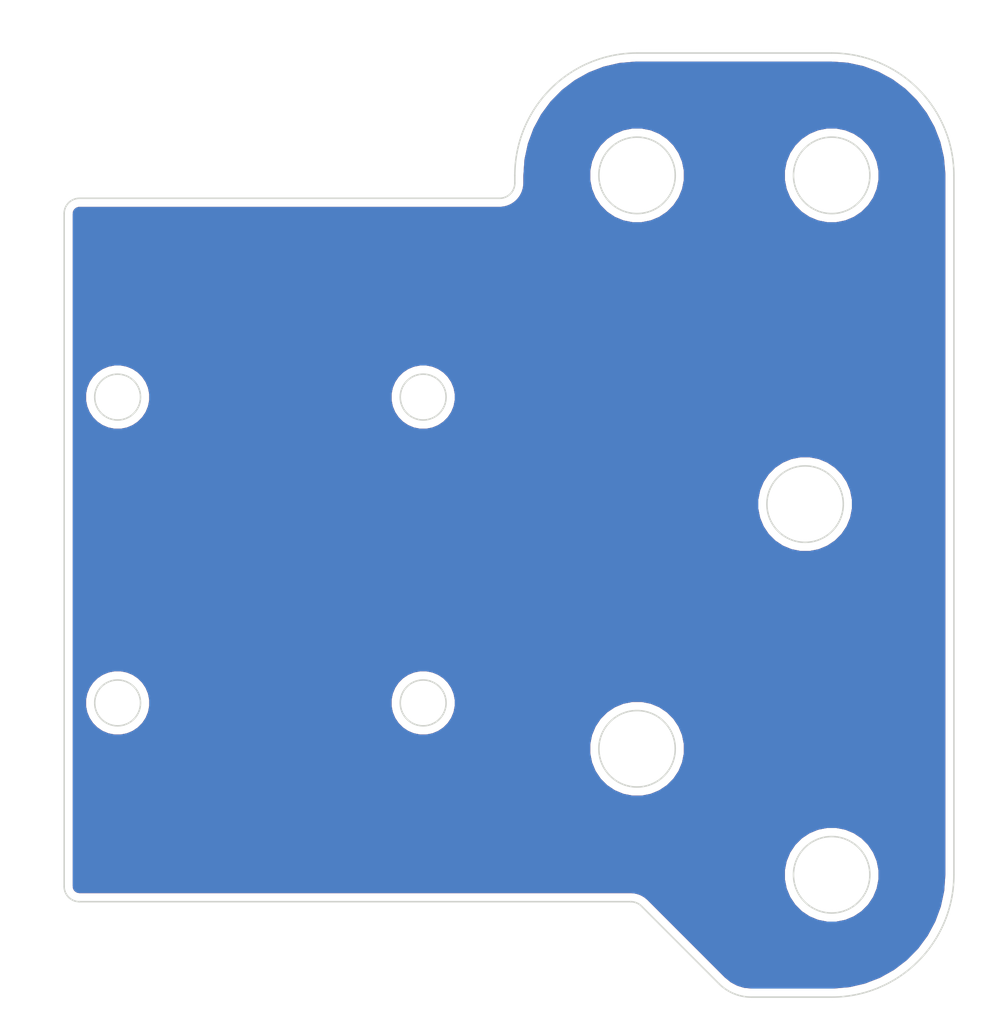
<source format=kicad_pcb>
(kicad_pcb (version 20171130) (host pcbnew 5.1.9+dfsg1-1+deb11u1)

  (general
    (thickness 1.6)
    (drawings 25)
    (tracks 0)
    (zones 0)
    (modules 0)
    (nets 1)
  )

  (page A4)
  (layers
    (0 F.Cu signal)
    (31 B.Cu signal)
    (32 B.Adhes user)
    (33 F.Adhes user)
    (34 B.Paste user)
    (35 F.Paste user)
    (36 B.SilkS user)
    (37 F.SilkS user)
    (38 B.Mask user)
    (39 F.Mask user)
    (40 Dwgs.User user)
    (41 Cmts.User user)
    (42 Eco1.User user)
    (43 Eco2.User user)
    (44 Edge.Cuts user)
    (45 Margin user)
    (46 B.CrtYd user)
    (47 F.CrtYd user)
    (48 B.Fab user)
    (49 F.Fab user)
  )

  (setup
    (last_trace_width 0.25)
    (trace_clearance 0.2)
    (zone_clearance 0.508)
    (zone_45_only no)
    (trace_min 0.2)
    (via_size 0.8)
    (via_drill 0.4)
    (via_min_size 0.4)
    (via_min_drill 0.3)
    (uvia_size 0.3)
    (uvia_drill 0.1)
    (uvias_allowed no)
    (uvia_min_size 0.2)
    (uvia_min_drill 0.1)
    (edge_width 0.05)
    (segment_width 0.2)
    (pcb_text_width 0.3)
    (pcb_text_size 1.5 1.5)
    (mod_edge_width 0.12)
    (mod_text_size 1 1)
    (mod_text_width 0.15)
    (pad_size 1.524 1.524)
    (pad_drill 0.762)
    (pad_to_mask_clearance 0)
    (aux_axis_origin 0 0)
    (visible_elements FFFFFF7F)
    (pcbplotparams
      (layerselection 0x010fc_ffffffff)
      (usegerberextensions true)
      (usegerberattributes false)
      (usegerberadvancedattributes false)
      (creategerberjobfile false)
      (excludeedgelayer true)
      (linewidth 0.100000)
      (plotframeref false)
      (viasonmask false)
      (mode 1)
      (useauxorigin false)
      (hpglpennumber 1)
      (hpglpenspeed 20)
      (hpglpendiameter 15.000000)
      (psnegative false)
      (psa4output false)
      (plotreference true)
      (plotvalue true)
      (plotinvisibletext false)
      (padsonsilk false)
      (subtractmaskfromsilk true)
      (outputformat 1)
      (mirror false)
      (drillshape 0)
      (scaleselection 1)
      (outputdirectory "top-gerber/"))
  )

  (net 0 "")

  (net_class Default "This is the default net class."
    (clearance 0.2)
    (trace_width 0.25)
    (via_dia 0.8)
    (via_drill 0.4)
    (uvia_dia 0.3)
    (uvia_drill 0.1)
  )

  (gr_arc (start 191.4394 89.468) (end 199.4394 89.468) (angle -90) (layer Edge.Cuts) (width 0.1))
  (gr_line (start 141.1994 135.968) (end 141.1994 91.968) (layer Edge.Cuts) (width 0.1))
  (gr_circle (center 189.6994 110.968) (end 192.1994 110.968) (layer Edge.Cuts) (width 0.1))
  (gr_circle (center 144.6994 123.968) (end 146.1994 123.968) (layer Edge.Cuts) (width 0.1))
  (gr_arc (start 142.1994 135.968) (end 141.1994 135.968) (angle -90) (layer Edge.Cuts) (width 0.1))
  (gr_line (start 170.6994 89.968) (end 170.6994 89.468) (layer Edge.Cuts) (width 0.1))
  (gr_circle (center 191.4394 89.468) (end 193.9394 89.468) (layer Edge.Cuts) (width 0.1))
  (gr_circle (center 164.6994 123.968) (end 166.1994 123.968) (layer Edge.Cuts) (width 0.1))
  (gr_arc (start 178.6994 89.468) (end 178.6994 81.468) (angle -90) (layer Edge.Cuts) (width 0.1))
  (gr_circle (center 144.6994 103.968) (end 146.1994 103.968) (layer Edge.Cuts) (width 0.1))
  (gr_circle (center 178.6994 89.468) (end 181.1994 89.468) (layer Edge.Cuts) (width 0.1))
  (gr_arc (start 142.1994 91.968) (end 142.1994 90.968) (angle -90) (layer Edge.Cuts) (width 0.1))
  (gr_circle (center 178.6994 126.968) (end 181.1994 126.968) (layer Edge.Cuts) (width 0.1))
  (gr_line (start 178.28519 136.968) (end 142.1994 136.968) (layer Edge.Cuts) (width 0.1))
  (gr_line (start 142.1994 90.968) (end 169.6994 90.968) (layer Edge.Cuts) (width 0.1))
  (gr_arc (start 178.28519 137.968) (end 178.992296 137.260893) (angle -45) (layer Edge.Cuts) (width 0.1))
  (gr_line (start 178.99229 137.2609) (end 184.0607 142.3293) (layer Edge.Cuts) (width 0.1))
  (gr_circle (center 164.6994 103.968) (end 166.1994 103.968) (layer Edge.Cuts) (width 0.1))
  (gr_line (start 199.4394 89.468) (end 199.4394 135.208) (layer Edge.Cuts) (width 0.1))
  (gr_arc (start 169.6994 89.968) (end 169.6994 90.968) (angle -90) (layer Edge.Cuts) (width 0.1))
  (gr_line (start 178.6994 81.468) (end 191.4394 81.468) (layer Edge.Cuts) (width 0.1))
  (gr_arc (start 191.4394 135.208) (end 191.4394 143.207999) (angle -90) (layer Edge.Cuts) (width 0.1))
  (gr_circle (center 191.4394 135.208) (end 193.9394 135.208) (layer Edge.Cuts) (width 0.1))
  (gr_line (start 191.4394 143.208) (end 186.182 143.208) (layer Edge.Cuts) (width 0.1))
  (gr_arc (start 186.182 140.208) (end 184.060679 142.32932) (angle -45) (layer Edge.Cuts) (width 0.1))

  (zone (net 0) (net_name "") (layer F.Cu) (tstamp 64745A9B) (hatch edge 0.508)
    (connect_pads (clearance 0.508))
    (min_thickness 0.254)
    (fill yes (arc_segments 32) (thermal_gap 0.508) (thermal_bridge_width 0.508))
    (polygon
      (pts
        (xy 202 145) (xy 137 145) (xy 137 78) (xy 202 78)
      )
    )
    (filled_polygon
      (pts
        (xy 192.469848 82.227674) (xy 193.479743 82.445099) (xy 194.448922 82.802648) (xy 195.35805 83.293187) (xy 196.188996 83.906932)
        (xy 196.925176 84.631637) (xy 197.551897 85.452838) (xy 198.056656 86.354152) (xy 198.429387 87.317601) (xy 198.662647 88.323953)
        (xy 198.753645 89.374629) (xy 198.7544 89.470707) (xy 198.754401 135.183757) (xy 198.679725 136.238448) (xy 198.462301 137.24834)
        (xy 198.104751 138.217521) (xy 197.614209 139.126657) (xy 197.000465 139.957599) (xy 196.275765 140.693772) (xy 195.454563 141.320494)
        (xy 194.553243 141.825258) (xy 193.589801 142.197985) (xy 192.583447 142.431246) (xy 191.532771 142.522244) (xy 191.436566 142.523)
        (xy 186.215503 142.523) (xy 185.732983 142.475688) (xy 185.301075 142.345288) (xy 184.902715 142.133475) (xy 184.528007 141.827872)
        (xy 179.477071 136.776946) (xy 179.475878 136.77574) (xy 179.473406 136.773276) (xy 179.473379 136.773254) (xy 179.452865 136.75274)
        (xy 179.432104 136.735702) (xy 179.430133 136.733689) (xy 179.422764 136.727592) (xy 179.271522 136.604241) (xy 179.219806 136.569881)
        (xy 179.168579 136.534806) (xy 179.160166 136.530257) (xy 178.987844 136.438633) (xy 178.930419 136.414965) (xy 178.873382 136.390519)
        (xy 178.864246 136.38769) (xy 178.677409 136.331281) (xy 178.616491 136.319219) (xy 178.555779 136.306314) (xy 178.546267 136.305314)
        (xy 178.352034 136.286269) (xy 178.352027 136.286269) (xy 178.318837 136.283) (xy 142.232905 136.283) (xy 142.138854 136.273778)
        (xy 142.080613 136.256194) (xy 142.0269 136.227635) (xy 141.979754 136.189183) (xy 141.940977 136.14231) (xy 141.912042 136.088796)
        (xy 141.894051 136.030677) (xy 141.8844 135.938855) (xy 141.8844 134.893855) (xy 188.249833 134.893855) (xy 188.249833 135.522145)
        (xy 188.372406 136.138362) (xy 188.612842 136.718827) (xy 188.961901 137.24123) (xy 189.40617 137.685499) (xy 189.928573 138.034558)
        (xy 190.509038 138.274994) (xy 191.125255 138.397567) (xy 191.753545 138.397567) (xy 192.369762 138.274994) (xy 192.950227 138.034558)
        (xy 193.47263 137.685499) (xy 193.916899 137.24123) (xy 194.265958 136.718827) (xy 194.506394 136.138362) (xy 194.628967 135.522145)
        (xy 194.628967 134.893855) (xy 194.506394 134.277638) (xy 194.265958 133.697173) (xy 193.916899 133.17477) (xy 193.47263 132.730501)
        (xy 192.950227 132.381442) (xy 192.369762 132.141006) (xy 191.753545 132.018433) (xy 191.125255 132.018433) (xy 190.509038 132.141006)
        (xy 189.928573 132.381442) (xy 189.40617 132.730501) (xy 188.961901 133.17477) (xy 188.612842 133.697173) (xy 188.372406 134.277638)
        (xy 188.249833 134.893855) (xy 141.8844 134.893855) (xy 141.8844 126.653855) (xy 175.509833 126.653855) (xy 175.509833 127.282145)
        (xy 175.632406 127.898362) (xy 175.872842 128.478827) (xy 176.221901 129.00123) (xy 176.66617 129.445499) (xy 177.188573 129.794558)
        (xy 177.769038 130.034994) (xy 178.385255 130.157567) (xy 179.013545 130.157567) (xy 179.629762 130.034994) (xy 180.210227 129.794558)
        (xy 180.73263 129.445499) (xy 181.176899 129.00123) (xy 181.525958 128.478827) (xy 181.766394 127.898362) (xy 181.888967 127.282145)
        (xy 181.888967 126.653855) (xy 181.766394 126.037638) (xy 181.525958 125.457173) (xy 181.176899 124.93477) (xy 180.73263 124.490501)
        (xy 180.210227 124.141442) (xy 179.629762 123.901006) (xy 179.013545 123.778433) (xy 178.385255 123.778433) (xy 177.769038 123.901006)
        (xy 177.188573 124.141442) (xy 176.66617 124.490501) (xy 176.221901 124.93477) (xy 175.872842 125.457173) (xy 175.632406 126.037638)
        (xy 175.509833 126.653855) (xy 141.8844 126.653855) (xy 141.8844 123.751872) (xy 142.505018 123.751872) (xy 142.505018 124.184128)
        (xy 142.589347 124.608078) (xy 142.754764 125.00743) (xy 142.994912 125.366837) (xy 143.300563 125.672488) (xy 143.65997 125.912636)
        (xy 144.059322 126.078053) (xy 144.483272 126.162382) (xy 144.915528 126.162382) (xy 145.339478 126.078053) (xy 145.73883 125.912636)
        (xy 146.098237 125.672488) (xy 146.403888 125.366837) (xy 146.644036 125.00743) (xy 146.809453 124.608078) (xy 146.893782 124.184128)
        (xy 146.893782 123.751872) (xy 162.505018 123.751872) (xy 162.505018 124.184128) (xy 162.589347 124.608078) (xy 162.754764 125.00743)
        (xy 162.994912 125.366837) (xy 163.300563 125.672488) (xy 163.65997 125.912636) (xy 164.059322 126.078053) (xy 164.483272 126.162382)
        (xy 164.915528 126.162382) (xy 165.339478 126.078053) (xy 165.73883 125.912636) (xy 166.098237 125.672488) (xy 166.403888 125.366837)
        (xy 166.644036 125.00743) (xy 166.809453 124.608078) (xy 166.893782 124.184128) (xy 166.893782 123.751872) (xy 166.809453 123.327922)
        (xy 166.644036 122.92857) (xy 166.403888 122.569163) (xy 166.098237 122.263512) (xy 165.73883 122.023364) (xy 165.339478 121.857947)
        (xy 164.915528 121.773618) (xy 164.483272 121.773618) (xy 164.059322 121.857947) (xy 163.65997 122.023364) (xy 163.300563 122.263512)
        (xy 162.994912 122.569163) (xy 162.754764 122.92857) (xy 162.589347 123.327922) (xy 162.505018 123.751872) (xy 146.893782 123.751872)
        (xy 146.809453 123.327922) (xy 146.644036 122.92857) (xy 146.403888 122.569163) (xy 146.098237 122.263512) (xy 145.73883 122.023364)
        (xy 145.339478 121.857947) (xy 144.915528 121.773618) (xy 144.483272 121.773618) (xy 144.059322 121.857947) (xy 143.65997 122.023364)
        (xy 143.300563 122.263512) (xy 142.994912 122.569163) (xy 142.754764 122.92857) (xy 142.589347 123.327922) (xy 142.505018 123.751872)
        (xy 141.8844 123.751872) (xy 141.8844 110.653855) (xy 186.509833 110.653855) (xy 186.509833 111.282145) (xy 186.632406 111.898362)
        (xy 186.872842 112.478827) (xy 187.221901 113.00123) (xy 187.66617 113.445499) (xy 188.188573 113.794558) (xy 188.769038 114.034994)
        (xy 189.385255 114.157567) (xy 190.013545 114.157567) (xy 190.629762 114.034994) (xy 191.210227 113.794558) (xy 191.73263 113.445499)
        (xy 192.176899 113.00123) (xy 192.525958 112.478827) (xy 192.766394 111.898362) (xy 192.888967 111.282145) (xy 192.888967 110.653855)
        (xy 192.766394 110.037638) (xy 192.525958 109.457173) (xy 192.176899 108.93477) (xy 191.73263 108.490501) (xy 191.210227 108.141442)
        (xy 190.629762 107.901006) (xy 190.013545 107.778433) (xy 189.385255 107.778433) (xy 188.769038 107.901006) (xy 188.188573 108.141442)
        (xy 187.66617 108.490501) (xy 187.221901 108.93477) (xy 186.872842 109.457173) (xy 186.632406 110.037638) (xy 186.509833 110.653855)
        (xy 141.8844 110.653855) (xy 141.8844 103.751872) (xy 142.505018 103.751872) (xy 142.505018 104.184128) (xy 142.589347 104.608078)
        (xy 142.754764 105.00743) (xy 142.994912 105.366837) (xy 143.300563 105.672488) (xy 143.65997 105.912636) (xy 144.059322 106.078053)
        (xy 144.483272 106.162382) (xy 144.915528 106.162382) (xy 145.339478 106.078053) (xy 145.73883 105.912636) (xy 146.098237 105.672488)
        (xy 146.403888 105.366837) (xy 146.644036 105.00743) (xy 146.809453 104.608078) (xy 146.893782 104.184128) (xy 146.893782 103.751872)
        (xy 162.505018 103.751872) (xy 162.505018 104.184128) (xy 162.589347 104.608078) (xy 162.754764 105.00743) (xy 162.994912 105.366837)
        (xy 163.300563 105.672488) (xy 163.65997 105.912636) (xy 164.059322 106.078053) (xy 164.483272 106.162382) (xy 164.915528 106.162382)
        (xy 165.339478 106.078053) (xy 165.73883 105.912636) (xy 166.098237 105.672488) (xy 166.403888 105.366837) (xy 166.644036 105.00743)
        (xy 166.809453 104.608078) (xy 166.893782 104.184128) (xy 166.893782 103.751872) (xy 166.809453 103.327922) (xy 166.644036 102.92857)
        (xy 166.403888 102.569163) (xy 166.098237 102.263512) (xy 165.73883 102.023364) (xy 165.339478 101.857947) (xy 164.915528 101.773618)
        (xy 164.483272 101.773618) (xy 164.059322 101.857947) (xy 163.65997 102.023364) (xy 163.300563 102.263512) (xy 162.994912 102.569163)
        (xy 162.754764 102.92857) (xy 162.589347 103.327922) (xy 162.505018 103.751872) (xy 146.893782 103.751872) (xy 146.809453 103.327922)
        (xy 146.644036 102.92857) (xy 146.403888 102.569163) (xy 146.098237 102.263512) (xy 145.73883 102.023364) (xy 145.339478 101.857947)
        (xy 144.915528 101.773618) (xy 144.483272 101.773618) (xy 144.059322 101.857947) (xy 143.65997 102.023364) (xy 143.300563 102.263512)
        (xy 142.994912 102.569163) (xy 142.754764 102.92857) (xy 142.589347 103.327922) (xy 142.505018 103.751872) (xy 141.8844 103.751872)
        (xy 141.8844 92.001505) (xy 141.893622 91.907453) (xy 141.911205 91.849214) (xy 141.939766 91.795499) (xy 141.978216 91.748354)
        (xy 142.025091 91.709576) (xy 142.078604 91.680642) (xy 142.136723 91.662651) (xy 142.228545 91.653) (xy 169.733047 91.653)
        (xy 169.762355 91.650113) (xy 169.768466 91.650156) (xy 169.777985 91.649223) (xy 169.972082 91.628822) (xy 170.032896 91.616339)
        (xy 170.093881 91.604705) (xy 170.103037 91.601941) (xy 170.289475 91.544229) (xy 170.346679 91.520182) (xy 170.404273 91.496913)
        (xy 170.412717 91.492423) (xy 170.584394 91.399598) (xy 170.635868 91.364878) (xy 170.687818 91.330883) (xy 170.695229 91.324839)
        (xy 170.845607 91.200435) (xy 170.889373 91.156362) (xy 170.933711 91.112943) (xy 170.939808 91.105574) (xy 171.063158 90.954332)
        (xy 171.097526 90.902603) (xy 171.132591 90.851392) (xy 171.137139 90.842981) (xy 171.13714 90.84298) (xy 171.137142 90.842976)
        (xy 171.228766 90.670657) (xy 171.252422 90.613261) (xy 171.276882 90.556193) (xy 171.27971 90.547056) (xy 171.336119 90.36022)
        (xy 171.34818 90.29931) (xy 171.361086 90.238591) (xy 171.362086 90.229079) (xy 171.381131 90.034845) (xy 171.381131 90.034837)
        (xy 171.3844 90.001647) (xy 171.3844 89.492215) (xy 171.408357 89.153855) (xy 175.509833 89.153855) (xy 175.509833 89.782145)
        (xy 175.632406 90.398362) (xy 175.872842 90.978827) (xy 176.221901 91.50123) (xy 176.66617 91.945499) (xy 177.188573 92.294558)
        (xy 177.769038 92.534994) (xy 178.385255 92.657567) (xy 179.013545 92.657567) (xy 179.629762 92.534994) (xy 180.210227 92.294558)
        (xy 180.73263 91.945499) (xy 181.176899 91.50123) (xy 181.525958 90.978827) (xy 181.766394 90.398362) (xy 181.888967 89.782145)
        (xy 181.888967 89.153855) (xy 188.249833 89.153855) (xy 188.249833 89.782145) (xy 188.372406 90.398362) (xy 188.612842 90.978827)
        (xy 188.961901 91.50123) (xy 189.40617 91.945499) (xy 189.928573 92.294558) (xy 190.509038 92.534994) (xy 191.125255 92.657567)
        (xy 191.753545 92.657567) (xy 192.369762 92.534994) (xy 192.950227 92.294558) (xy 193.47263 91.945499) (xy 193.916899 91.50123)
        (xy 194.265958 90.978827) (xy 194.506394 90.398362) (xy 194.628967 89.782145) (xy 194.628967 89.153855) (xy 194.506394 88.537638)
        (xy 194.265958 87.957173) (xy 193.916899 87.43477) (xy 193.47263 86.990501) (xy 192.950227 86.641442) (xy 192.369762 86.401006)
        (xy 191.753545 86.278433) (xy 191.125255 86.278433) (xy 190.509038 86.401006) (xy 189.928573 86.641442) (xy 189.40617 86.990501)
        (xy 188.961901 87.43477) (xy 188.612842 87.957173) (xy 188.372406 88.537638) (xy 188.249833 89.153855) (xy 181.888967 89.153855)
        (xy 181.766394 88.537638) (xy 181.525958 87.957173) (xy 181.176899 87.43477) (xy 180.73263 86.990501) (xy 180.210227 86.641442)
        (xy 179.629762 86.401006) (xy 179.013545 86.278433) (xy 178.385255 86.278433) (xy 177.769038 86.401006) (xy 177.188573 86.641442)
        (xy 176.66617 86.990501) (xy 176.221901 87.43477) (xy 175.872842 87.957173) (xy 175.632406 88.537638) (xy 175.509833 89.153855)
        (xy 171.408357 89.153855) (xy 171.459074 88.437552) (xy 171.676499 87.427657) (xy 172.034048 86.458478) (xy 172.524587 85.54935)
        (xy 173.138332 84.718404) (xy 173.863037 83.982224) (xy 174.684238 83.355503) (xy 175.585552 82.850744) (xy 176.549001 82.478013)
        (xy 177.555353 82.244753) (xy 178.606029 82.153755) (xy 178.702106 82.153) (xy 191.415185 82.153)
      )
    )
  )
  (zone (net 0) (net_name "") (layer B.Cu) (tstamp 64745A98) (hatch edge 0.508)
    (connect_pads (clearance 0.508))
    (min_thickness 0.254)
    (fill yes (arc_segments 32) (thermal_gap 0.508) (thermal_bridge_width 0.508))
    (polygon
      (pts
        (xy 202 145) (xy 137 145) (xy 137 78) (xy 202 78)
      )
    )
    (filled_polygon
      (pts
        (xy 192.469848 82.227674) (xy 193.479743 82.445099) (xy 194.448922 82.802648) (xy 195.35805 83.293187) (xy 196.188996 83.906932)
        (xy 196.925176 84.631637) (xy 197.551897 85.452838) (xy 198.056656 86.354152) (xy 198.429387 87.317601) (xy 198.662647 88.323953)
        (xy 198.753645 89.374629) (xy 198.7544 89.470707) (xy 198.754401 135.183757) (xy 198.679725 136.238448) (xy 198.462301 137.24834)
        (xy 198.104751 138.217521) (xy 197.614209 139.126657) (xy 197.000465 139.957599) (xy 196.275765 140.693772) (xy 195.454563 141.320494)
        (xy 194.553243 141.825258) (xy 193.589801 142.197985) (xy 192.583447 142.431246) (xy 191.532771 142.522244) (xy 191.436566 142.523)
        (xy 186.215503 142.523) (xy 185.732983 142.475688) (xy 185.301075 142.345288) (xy 184.902715 142.133475) (xy 184.528007 141.827872)
        (xy 179.477071 136.776946) (xy 179.475878 136.77574) (xy 179.473406 136.773276) (xy 179.473379 136.773254) (xy 179.452865 136.75274)
        (xy 179.432104 136.735702) (xy 179.430133 136.733689) (xy 179.422764 136.727592) (xy 179.271522 136.604241) (xy 179.219806 136.569881)
        (xy 179.168579 136.534806) (xy 179.160166 136.530257) (xy 178.987844 136.438633) (xy 178.930419 136.414965) (xy 178.873382 136.390519)
        (xy 178.864246 136.38769) (xy 178.677409 136.331281) (xy 178.616491 136.319219) (xy 178.555779 136.306314) (xy 178.546267 136.305314)
        (xy 178.352034 136.286269) (xy 178.352027 136.286269) (xy 178.318837 136.283) (xy 142.232905 136.283) (xy 142.138854 136.273778)
        (xy 142.080613 136.256194) (xy 142.0269 136.227635) (xy 141.979754 136.189183) (xy 141.940977 136.14231) (xy 141.912042 136.088796)
        (xy 141.894051 136.030677) (xy 141.8844 135.938855) (xy 141.8844 134.893855) (xy 188.249833 134.893855) (xy 188.249833 135.522145)
        (xy 188.372406 136.138362) (xy 188.612842 136.718827) (xy 188.961901 137.24123) (xy 189.40617 137.685499) (xy 189.928573 138.034558)
        (xy 190.509038 138.274994) (xy 191.125255 138.397567) (xy 191.753545 138.397567) (xy 192.369762 138.274994) (xy 192.950227 138.034558)
        (xy 193.47263 137.685499) (xy 193.916899 137.24123) (xy 194.265958 136.718827) (xy 194.506394 136.138362) (xy 194.628967 135.522145)
        (xy 194.628967 134.893855) (xy 194.506394 134.277638) (xy 194.265958 133.697173) (xy 193.916899 133.17477) (xy 193.47263 132.730501)
        (xy 192.950227 132.381442) (xy 192.369762 132.141006) (xy 191.753545 132.018433) (xy 191.125255 132.018433) (xy 190.509038 132.141006)
        (xy 189.928573 132.381442) (xy 189.40617 132.730501) (xy 188.961901 133.17477) (xy 188.612842 133.697173) (xy 188.372406 134.277638)
        (xy 188.249833 134.893855) (xy 141.8844 134.893855) (xy 141.8844 126.653855) (xy 175.509833 126.653855) (xy 175.509833 127.282145)
        (xy 175.632406 127.898362) (xy 175.872842 128.478827) (xy 176.221901 129.00123) (xy 176.66617 129.445499) (xy 177.188573 129.794558)
        (xy 177.769038 130.034994) (xy 178.385255 130.157567) (xy 179.013545 130.157567) (xy 179.629762 130.034994) (xy 180.210227 129.794558)
        (xy 180.73263 129.445499) (xy 181.176899 129.00123) (xy 181.525958 128.478827) (xy 181.766394 127.898362) (xy 181.888967 127.282145)
        (xy 181.888967 126.653855) (xy 181.766394 126.037638) (xy 181.525958 125.457173) (xy 181.176899 124.93477) (xy 180.73263 124.490501)
        (xy 180.210227 124.141442) (xy 179.629762 123.901006) (xy 179.013545 123.778433) (xy 178.385255 123.778433) (xy 177.769038 123.901006)
        (xy 177.188573 124.141442) (xy 176.66617 124.490501) (xy 176.221901 124.93477) (xy 175.872842 125.457173) (xy 175.632406 126.037638)
        (xy 175.509833 126.653855) (xy 141.8844 126.653855) (xy 141.8844 123.751872) (xy 142.505018 123.751872) (xy 142.505018 124.184128)
        (xy 142.589347 124.608078) (xy 142.754764 125.00743) (xy 142.994912 125.366837) (xy 143.300563 125.672488) (xy 143.65997 125.912636)
        (xy 144.059322 126.078053) (xy 144.483272 126.162382) (xy 144.915528 126.162382) (xy 145.339478 126.078053) (xy 145.73883 125.912636)
        (xy 146.098237 125.672488) (xy 146.403888 125.366837) (xy 146.644036 125.00743) (xy 146.809453 124.608078) (xy 146.893782 124.184128)
        (xy 146.893782 123.751872) (xy 162.505018 123.751872) (xy 162.505018 124.184128) (xy 162.589347 124.608078) (xy 162.754764 125.00743)
        (xy 162.994912 125.366837) (xy 163.300563 125.672488) (xy 163.65997 125.912636) (xy 164.059322 126.078053) (xy 164.483272 126.162382)
        (xy 164.915528 126.162382) (xy 165.339478 126.078053) (xy 165.73883 125.912636) (xy 166.098237 125.672488) (xy 166.403888 125.366837)
        (xy 166.644036 125.00743) (xy 166.809453 124.608078) (xy 166.893782 124.184128) (xy 166.893782 123.751872) (xy 166.809453 123.327922)
        (xy 166.644036 122.92857) (xy 166.403888 122.569163) (xy 166.098237 122.263512) (xy 165.73883 122.023364) (xy 165.339478 121.857947)
        (xy 164.915528 121.773618) (xy 164.483272 121.773618) (xy 164.059322 121.857947) (xy 163.65997 122.023364) (xy 163.300563 122.263512)
        (xy 162.994912 122.569163) (xy 162.754764 122.92857) (xy 162.589347 123.327922) (xy 162.505018 123.751872) (xy 146.893782 123.751872)
        (xy 146.809453 123.327922) (xy 146.644036 122.92857) (xy 146.403888 122.569163) (xy 146.098237 122.263512) (xy 145.73883 122.023364)
        (xy 145.339478 121.857947) (xy 144.915528 121.773618) (xy 144.483272 121.773618) (xy 144.059322 121.857947) (xy 143.65997 122.023364)
        (xy 143.300563 122.263512) (xy 142.994912 122.569163) (xy 142.754764 122.92857) (xy 142.589347 123.327922) (xy 142.505018 123.751872)
        (xy 141.8844 123.751872) (xy 141.8844 110.653855) (xy 186.509833 110.653855) (xy 186.509833 111.282145) (xy 186.632406 111.898362)
        (xy 186.872842 112.478827) (xy 187.221901 113.00123) (xy 187.66617 113.445499) (xy 188.188573 113.794558) (xy 188.769038 114.034994)
        (xy 189.385255 114.157567) (xy 190.013545 114.157567) (xy 190.629762 114.034994) (xy 191.210227 113.794558) (xy 191.73263 113.445499)
        (xy 192.176899 113.00123) (xy 192.525958 112.478827) (xy 192.766394 111.898362) (xy 192.888967 111.282145) (xy 192.888967 110.653855)
        (xy 192.766394 110.037638) (xy 192.525958 109.457173) (xy 192.176899 108.93477) (xy 191.73263 108.490501) (xy 191.210227 108.141442)
        (xy 190.629762 107.901006) (xy 190.013545 107.778433) (xy 189.385255 107.778433) (xy 188.769038 107.901006) (xy 188.188573 108.141442)
        (xy 187.66617 108.490501) (xy 187.221901 108.93477) (xy 186.872842 109.457173) (xy 186.632406 110.037638) (xy 186.509833 110.653855)
        (xy 141.8844 110.653855) (xy 141.8844 103.751872) (xy 142.505018 103.751872) (xy 142.505018 104.184128) (xy 142.589347 104.608078)
        (xy 142.754764 105.00743) (xy 142.994912 105.366837) (xy 143.300563 105.672488) (xy 143.65997 105.912636) (xy 144.059322 106.078053)
        (xy 144.483272 106.162382) (xy 144.915528 106.162382) (xy 145.339478 106.078053) (xy 145.73883 105.912636) (xy 146.098237 105.672488)
        (xy 146.403888 105.366837) (xy 146.644036 105.00743) (xy 146.809453 104.608078) (xy 146.893782 104.184128) (xy 146.893782 103.751872)
        (xy 162.505018 103.751872) (xy 162.505018 104.184128) (xy 162.589347 104.608078) (xy 162.754764 105.00743) (xy 162.994912 105.366837)
        (xy 163.300563 105.672488) (xy 163.65997 105.912636) (xy 164.059322 106.078053) (xy 164.483272 106.162382) (xy 164.915528 106.162382)
        (xy 165.339478 106.078053) (xy 165.73883 105.912636) (xy 166.098237 105.672488) (xy 166.403888 105.366837) (xy 166.644036 105.00743)
        (xy 166.809453 104.608078) (xy 166.893782 104.184128) (xy 166.893782 103.751872) (xy 166.809453 103.327922) (xy 166.644036 102.92857)
        (xy 166.403888 102.569163) (xy 166.098237 102.263512) (xy 165.73883 102.023364) (xy 165.339478 101.857947) (xy 164.915528 101.773618)
        (xy 164.483272 101.773618) (xy 164.059322 101.857947) (xy 163.65997 102.023364) (xy 163.300563 102.263512) (xy 162.994912 102.569163)
        (xy 162.754764 102.92857) (xy 162.589347 103.327922) (xy 162.505018 103.751872) (xy 146.893782 103.751872) (xy 146.809453 103.327922)
        (xy 146.644036 102.92857) (xy 146.403888 102.569163) (xy 146.098237 102.263512) (xy 145.73883 102.023364) (xy 145.339478 101.857947)
        (xy 144.915528 101.773618) (xy 144.483272 101.773618) (xy 144.059322 101.857947) (xy 143.65997 102.023364) (xy 143.300563 102.263512)
        (xy 142.994912 102.569163) (xy 142.754764 102.92857) (xy 142.589347 103.327922) (xy 142.505018 103.751872) (xy 141.8844 103.751872)
        (xy 141.8844 92.001505) (xy 141.893622 91.907453) (xy 141.911205 91.849214) (xy 141.939766 91.795499) (xy 141.978216 91.748354)
        (xy 142.025091 91.709576) (xy 142.078604 91.680642) (xy 142.136723 91.662651) (xy 142.228545 91.653) (xy 169.733047 91.653)
        (xy 169.762355 91.650113) (xy 169.768466 91.650156) (xy 169.777985 91.649223) (xy 169.972082 91.628822) (xy 170.032896 91.616339)
        (xy 170.093881 91.604705) (xy 170.103037 91.601941) (xy 170.289475 91.544229) (xy 170.346679 91.520182) (xy 170.404273 91.496913)
        (xy 170.412717 91.492423) (xy 170.584394 91.399598) (xy 170.635868 91.364878) (xy 170.687818 91.330883) (xy 170.695229 91.324839)
        (xy 170.845607 91.200435) (xy 170.889373 91.156362) (xy 170.933711 91.112943) (xy 170.939808 91.105574) (xy 171.063158 90.954332)
        (xy 171.097526 90.902603) (xy 171.132591 90.851392) (xy 171.137139 90.842981) (xy 171.13714 90.84298) (xy 171.137142 90.842976)
        (xy 171.228766 90.670657) (xy 171.252422 90.613261) (xy 171.276882 90.556193) (xy 171.27971 90.547056) (xy 171.336119 90.36022)
        (xy 171.34818 90.29931) (xy 171.361086 90.238591) (xy 171.362086 90.229079) (xy 171.381131 90.034845) (xy 171.381131 90.034837)
        (xy 171.3844 90.001647) (xy 171.3844 89.492215) (xy 171.408357 89.153855) (xy 175.509833 89.153855) (xy 175.509833 89.782145)
        (xy 175.632406 90.398362) (xy 175.872842 90.978827) (xy 176.221901 91.50123) (xy 176.66617 91.945499) (xy 177.188573 92.294558)
        (xy 177.769038 92.534994) (xy 178.385255 92.657567) (xy 179.013545 92.657567) (xy 179.629762 92.534994) (xy 180.210227 92.294558)
        (xy 180.73263 91.945499) (xy 181.176899 91.50123) (xy 181.525958 90.978827) (xy 181.766394 90.398362) (xy 181.888967 89.782145)
        (xy 181.888967 89.153855) (xy 188.249833 89.153855) (xy 188.249833 89.782145) (xy 188.372406 90.398362) (xy 188.612842 90.978827)
        (xy 188.961901 91.50123) (xy 189.40617 91.945499) (xy 189.928573 92.294558) (xy 190.509038 92.534994) (xy 191.125255 92.657567)
        (xy 191.753545 92.657567) (xy 192.369762 92.534994) (xy 192.950227 92.294558) (xy 193.47263 91.945499) (xy 193.916899 91.50123)
        (xy 194.265958 90.978827) (xy 194.506394 90.398362) (xy 194.628967 89.782145) (xy 194.628967 89.153855) (xy 194.506394 88.537638)
        (xy 194.265958 87.957173) (xy 193.916899 87.43477) (xy 193.47263 86.990501) (xy 192.950227 86.641442) (xy 192.369762 86.401006)
        (xy 191.753545 86.278433) (xy 191.125255 86.278433) (xy 190.509038 86.401006) (xy 189.928573 86.641442) (xy 189.40617 86.990501)
        (xy 188.961901 87.43477) (xy 188.612842 87.957173) (xy 188.372406 88.537638) (xy 188.249833 89.153855) (xy 181.888967 89.153855)
        (xy 181.766394 88.537638) (xy 181.525958 87.957173) (xy 181.176899 87.43477) (xy 180.73263 86.990501) (xy 180.210227 86.641442)
        (xy 179.629762 86.401006) (xy 179.013545 86.278433) (xy 178.385255 86.278433) (xy 177.769038 86.401006) (xy 177.188573 86.641442)
        (xy 176.66617 86.990501) (xy 176.221901 87.43477) (xy 175.872842 87.957173) (xy 175.632406 88.537638) (xy 175.509833 89.153855)
        (xy 171.408357 89.153855) (xy 171.459074 88.437552) (xy 171.676499 87.427657) (xy 172.034048 86.458478) (xy 172.524587 85.54935)
        (xy 173.138332 84.718404) (xy 173.863037 83.982224) (xy 174.684238 83.355503) (xy 175.585552 82.850744) (xy 176.549001 82.478013)
        (xy 177.555353 82.244753) (xy 178.606029 82.153755) (xy 178.702106 82.153) (xy 191.415185 82.153)
      )
    )
  )
)

</source>
